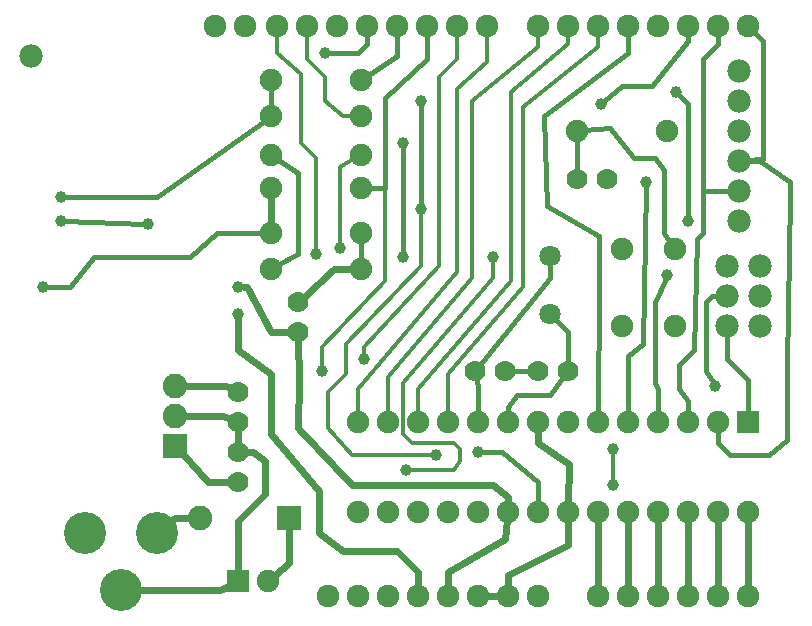
<source format=gbl>
G04 MADE WITH FRITZING*
G04 WWW.FRITZING.ORG*
G04 DOUBLE SIDED*
G04 HOLES PLATED*
G04 CONTOUR ON CENTER OF CONTOUR VECTOR*
%ASAXBY*%
%FSLAX23Y23*%
%MOIN*%
%OFA0B0*%
%SFA1.0B1.0*%
%ADD10C,0.039370*%
%ADD11C,0.075000*%
%ADD12C,0.070925*%
%ADD13C,0.070866*%
%ADD14C,0.070000*%
%ADD15C,0.078000*%
%ADD16C,0.082000*%
%ADD17C,0.140000*%
%ADD18C,0.075833*%
%ADD19R,0.075000X0.075000*%
%ADD20R,0.082000X0.082000*%
%ADD21C,0.024000*%
%ADD22C,0.016000*%
%ADD23C,0.012000*%
%LNCOPPER0*%
G90*
G70*
G54D10*
X805Y1031D03*
X805Y1122D03*
G54D11*
X2505Y671D03*
X2505Y371D03*
X2405Y671D03*
X2405Y371D03*
X2305Y671D03*
X2305Y371D03*
X2205Y671D03*
X2205Y371D03*
X2105Y671D03*
X2105Y371D03*
X2005Y671D03*
X2005Y371D03*
X1905Y671D03*
X1905Y371D03*
X1805Y671D03*
X1805Y371D03*
X1705Y671D03*
X1705Y371D03*
X1605Y671D03*
X1605Y371D03*
X1505Y671D03*
X1505Y371D03*
X1405Y671D03*
X1405Y371D03*
X1305Y671D03*
X1305Y371D03*
X1205Y671D03*
X1205Y371D03*
G54D10*
X2015Y1731D03*
G54D11*
X2263Y1247D03*
X2263Y991D03*
X2085Y1247D03*
X2085Y991D03*
G54D12*
X1845Y1224D03*
G54D13*
X1845Y1031D03*
G54D11*
X2235Y1641D03*
X1935Y1641D03*
G54D14*
X1805Y841D03*
X1906Y841D03*
X1595Y841D03*
X1696Y841D03*
X2035Y1481D03*
X1935Y1481D03*
G54D15*
X2475Y1841D03*
X2475Y1741D03*
X2475Y1641D03*
X2475Y1541D03*
X2475Y1441D03*
X2475Y1341D03*
G54D16*
X595Y591D03*
X595Y691D03*
X595Y791D03*
G54D17*
X535Y301D03*
X295Y301D03*
X415Y111D03*
G54D16*
X975Y351D03*
X677Y351D03*
G54D11*
X805Y141D03*
X905Y141D03*
G54D14*
X805Y671D03*
X805Y771D03*
X1005Y1071D03*
X1005Y971D03*
G54D15*
X2435Y991D03*
X2435Y1091D03*
X2435Y1191D03*
X2545Y991D03*
X2545Y1091D03*
X2545Y1191D03*
X115Y1891D03*
G54D14*
X805Y471D03*
X805Y571D03*
G54D11*
X1215Y1811D03*
X915Y1811D03*
X915Y1691D03*
X1215Y1691D03*
X1215Y1561D03*
X915Y1561D03*
X915Y1181D03*
X1215Y1181D03*
X1215Y1451D03*
X915Y1451D03*
X915Y1301D03*
X1215Y1301D03*
G54D10*
X155Y1121D03*
X505Y1331D03*
X215Y1341D03*
X215Y1421D03*
X2165Y1471D03*
X2235Y1161D03*
X2305Y1341D03*
X2265Y1771D03*
X1225Y881D03*
X1095Y1901D03*
X1085Y841D03*
X1415Y1381D03*
X1465Y561D03*
X1605Y571D03*
X1065Y1231D03*
X1415Y1741D03*
X2395Y791D03*
X2055Y461D03*
X2055Y581D03*
X1355Y1601D03*
X1355Y1221D03*
X1145Y1251D03*
X1365Y511D03*
X1655Y1221D03*
G54D18*
X728Y1991D03*
X828Y1991D03*
X935Y1991D03*
X1035Y1991D03*
X1135Y1991D03*
X1235Y1991D03*
X1335Y1991D03*
X1435Y1991D03*
X1535Y1991D03*
X1635Y1991D03*
X1805Y1991D03*
X1905Y1991D03*
X2005Y1991D03*
X2105Y1991D03*
X2205Y1991D03*
X2305Y1991D03*
X2405Y1991D03*
X2505Y1991D03*
X1105Y91D03*
X1205Y91D03*
X1305Y91D03*
X1405Y91D03*
X1505Y91D03*
X1605Y91D03*
X1705Y91D03*
X1805Y91D03*
X2005Y91D03*
X2105Y91D03*
X2205Y91D03*
X2305Y91D03*
X2405Y91D03*
X2505Y91D03*
G54D19*
X2505Y671D03*
G54D20*
X595Y591D03*
X976Y351D03*
G54D19*
X805Y141D03*
G54D21*
X805Y911D02*
X916Y831D01*
D02*
X916Y831D02*
X916Y820D01*
D02*
X916Y820D02*
X916Y631D01*
D02*
X916Y631D02*
X1076Y440D01*
D02*
X1076Y440D02*
X1076Y301D01*
D02*
X1076Y301D02*
X1154Y240D01*
D02*
X1154Y240D02*
X1335Y242D01*
D02*
X1335Y242D02*
X1405Y171D01*
D02*
X1405Y171D02*
X1405Y119D01*
D02*
X805Y1012D02*
X805Y911D01*
D02*
X836Y1122D02*
X824Y1122D01*
D02*
X916Y971D02*
X836Y1122D01*
D02*
X979Y971D02*
X916Y971D01*
D02*
X596Y351D02*
X583Y340D01*
D02*
X645Y351D02*
X596Y351D01*
D02*
X746Y112D02*
X476Y111D01*
D02*
X780Y129D02*
X746Y112D01*
D02*
X705Y471D02*
X617Y568D01*
D02*
X779Y471D02*
X705Y471D01*
D02*
X755Y692D02*
X627Y691D01*
D02*
X781Y681D02*
X755Y692D01*
D02*
X765Y792D02*
X782Y783D01*
D02*
X627Y791D02*
X765Y792D01*
D02*
X2505Y343D02*
X2505Y119D01*
D02*
X2405Y343D02*
X2405Y119D01*
D02*
X2305Y343D02*
X2305Y119D01*
D02*
X2205Y343D02*
X2205Y119D01*
D02*
X2105Y343D02*
X2105Y119D01*
D02*
X1677Y91D02*
X1634Y91D01*
D02*
X2005Y343D02*
X2005Y119D01*
D02*
X1905Y260D02*
X1705Y160D01*
D02*
X1705Y160D02*
X1705Y119D01*
D02*
X1905Y343D02*
X1905Y260D01*
D02*
X1907Y530D02*
X1906Y400D01*
D02*
X1806Y601D02*
X1907Y530D01*
D02*
X1806Y643D02*
X1806Y601D01*
D02*
X1505Y171D02*
X1694Y282D01*
D02*
X1694Y282D02*
X1702Y343D01*
D02*
X1505Y119D02*
X1505Y171D01*
D02*
X976Y201D02*
X927Y160D01*
D02*
X975Y319D02*
X976Y201D01*
D02*
X805Y645D02*
X805Y598D01*
D02*
X805Y341D02*
X805Y170D01*
D02*
X894Y432D02*
X805Y341D01*
D02*
X896Y542D02*
X894Y432D01*
D02*
X855Y571D02*
X896Y542D01*
D02*
X831Y571D02*
X855Y571D01*
D02*
X1655Y462D02*
X1705Y420D01*
D02*
X1186Y462D02*
X1655Y462D01*
D02*
X1005Y651D02*
X1186Y462D01*
D02*
X1008Y813D02*
X1005Y651D01*
D02*
X1006Y945D02*
X1008Y813D01*
G54D22*
D02*
X1785Y841D02*
X1716Y841D01*
D02*
X1905Y972D02*
X1860Y1016D01*
D02*
X1905Y862D02*
X1905Y972D01*
D02*
X1599Y821D02*
X1605Y792D01*
D02*
X2505Y810D02*
X2505Y694D01*
D02*
X2436Y882D02*
X2505Y810D01*
D02*
X2436Y967D02*
X2436Y882D01*
G54D21*
D02*
X1025Y1089D02*
X1124Y1181D01*
D02*
X1124Y1181D02*
X1187Y1181D01*
G54D22*
D02*
X1215Y1204D02*
X1215Y1278D01*
D02*
X915Y1714D02*
X915Y1788D01*
D02*
X229Y1421D02*
X536Y1421D01*
D02*
X536Y1421D02*
X897Y1678D01*
D02*
X1336Y1891D02*
X1336Y1969D01*
D02*
X1235Y1824D02*
X1336Y1891D01*
G54D23*
D02*
X1035Y1881D02*
X1096Y1821D01*
D02*
X1096Y1742D02*
X1155Y1691D01*
D02*
X1036Y1969D02*
X1036Y1942D01*
G54D22*
D02*
X1296Y1751D02*
X1435Y1881D01*
D02*
X1296Y1451D02*
X1296Y1751D01*
D02*
X1435Y1881D02*
X1435Y1969D01*
D02*
X1238Y1451D02*
X1296Y1451D01*
D02*
X1005Y1502D02*
X935Y1549D01*
D02*
X1005Y1232D02*
X1005Y1502D01*
D02*
X935Y1193D02*
X1005Y1232D01*
G54D21*
D02*
X915Y1330D02*
X915Y1423D01*
G54D22*
D02*
X1935Y1502D02*
X1935Y1618D01*
G54D23*
D02*
X1535Y1171D02*
X1534Y1520D01*
D02*
X1534Y1520D02*
X1534Y1600D01*
D02*
X1534Y1600D02*
X1535Y1781D01*
D02*
X1535Y1781D02*
X1635Y1871D01*
D02*
X1205Y782D02*
X1535Y1171D01*
D02*
X1635Y1871D02*
X1635Y1969D01*
D02*
X1205Y694D02*
X1205Y782D01*
D02*
X1584Y1152D02*
X1584Y1742D01*
D02*
X1584Y1742D02*
X1804Y1920D01*
D02*
X1804Y1920D02*
X1805Y1969D01*
D02*
X1305Y821D02*
X1584Y1152D01*
D02*
X1305Y694D02*
X1305Y821D01*
D02*
X1715Y1142D02*
X1715Y1212D01*
D02*
X1715Y1212D02*
X1715Y1250D01*
D02*
X1715Y1250D02*
X1715Y1771D01*
D02*
X1715Y1771D02*
X1905Y1932D01*
D02*
X1905Y1932D02*
X1905Y1969D01*
D02*
X1406Y781D02*
X1715Y1142D01*
D02*
X1405Y694D02*
X1406Y781D01*
G54D22*
D02*
X2007Y1292D02*
X1836Y1390D01*
D02*
X1836Y1390D02*
X1826Y1692D01*
D02*
X1826Y1692D02*
X2105Y1901D01*
D02*
X2105Y1901D02*
X2105Y1969D01*
D02*
X2007Y1120D02*
X2007Y1292D01*
D02*
X2005Y694D02*
X2007Y1120D01*
D02*
X2124Y1552D02*
X2194Y1551D01*
D02*
X2194Y1551D02*
X2225Y1511D01*
D02*
X2045Y1651D02*
X2124Y1552D01*
D02*
X2225Y1300D02*
X2249Y1266D01*
D02*
X2225Y1511D02*
X2225Y1300D01*
D02*
X1958Y1643D02*
X2045Y1651D01*
D02*
X2105Y771D02*
X2105Y694D01*
D02*
X2105Y891D02*
X2105Y771D01*
D02*
X2165Y1458D02*
X2156Y931D01*
D02*
X2156Y931D02*
X2105Y891D01*
D02*
X2554Y1547D02*
X2554Y1940D01*
D02*
X2554Y1940D02*
X2521Y1975D01*
D02*
X2500Y1543D02*
X2554Y1547D01*
D02*
X2356Y1440D02*
X2355Y1881D01*
D02*
X2355Y1881D02*
X2405Y1931D01*
D02*
X2405Y1931D02*
X2405Y1969D01*
D02*
X2451Y1441D02*
X2356Y1440D01*
D02*
X2305Y740D02*
X2305Y694D01*
D02*
X2275Y781D02*
X2305Y740D01*
D02*
X2275Y862D02*
X2275Y781D01*
D02*
X2326Y910D02*
X2275Y862D01*
D02*
X2336Y1280D02*
X2326Y910D01*
D02*
X2354Y1302D02*
X2336Y1280D01*
D02*
X2354Y1440D02*
X2354Y1302D01*
D02*
X2451Y1441D02*
X2354Y1440D01*
D02*
X2196Y800D02*
X2205Y780D01*
D02*
X2205Y780D02*
X2205Y694D01*
D02*
X2196Y1071D02*
X2196Y800D01*
D02*
X2230Y1149D02*
X2196Y1071D01*
D02*
X2645Y1420D02*
X2645Y1421D01*
D02*
X2500Y1541D02*
X2545Y1540D01*
D02*
X2545Y1540D02*
X2645Y1471D01*
D02*
X2305Y1731D02*
X2305Y1355D01*
D02*
X2275Y1762D02*
X2305Y1731D01*
D02*
X2305Y1942D02*
X2305Y1951D01*
D02*
X2185Y1792D02*
X2305Y1942D01*
D02*
X2305Y1951D02*
X2305Y1969D01*
D02*
X2026Y1740D02*
X2085Y1792D01*
D02*
X2085Y1792D02*
X2185Y1792D01*
G54D23*
D02*
X1476Y1191D02*
X1476Y1401D01*
D02*
X1476Y1401D02*
X1476Y1821D01*
D02*
X1476Y1821D02*
X1535Y1881D01*
D02*
X1535Y1881D02*
X1535Y1969D01*
D02*
X1225Y895D02*
X1225Y920D01*
D02*
X2006Y1922D02*
X2005Y1969D01*
D02*
X1755Y1721D02*
X2006Y1922D01*
D02*
X1755Y1201D02*
X1755Y1721D01*
G54D22*
D02*
X1236Y1931D02*
X1236Y1969D01*
D02*
X1205Y1902D02*
X1236Y1931D01*
D02*
X1109Y1901D02*
X1205Y1902D01*
G54D23*
D02*
X1296Y1451D02*
X1238Y1451D01*
D02*
X1296Y1142D02*
X1296Y1451D01*
D02*
X1085Y920D02*
X1296Y1142D01*
D02*
X1085Y855D02*
X1085Y920D01*
D02*
X1166Y831D02*
X1105Y771D01*
D02*
X1105Y771D02*
X1105Y651D01*
D02*
X1105Y651D02*
X1185Y560D01*
D02*
X1185Y560D02*
X1452Y561D01*
D02*
X1165Y932D02*
X1166Y831D01*
D02*
X1416Y1191D02*
X1165Y932D01*
D02*
X1415Y1368D02*
X1416Y1191D01*
D02*
X1096Y1821D02*
X1096Y1742D01*
D02*
X1155Y1691D02*
X1192Y1691D01*
D02*
X1036Y1942D02*
X1035Y1881D01*
G54D21*
D02*
X1705Y420D02*
X1705Y400D01*
G54D23*
D02*
X1015Y1601D02*
X1016Y1742D01*
D02*
X1015Y1831D02*
X936Y1902D01*
D02*
X1016Y1742D02*
X1015Y1831D01*
D02*
X936Y1902D02*
X935Y1969D01*
D02*
X1065Y1551D02*
X1015Y1601D01*
D02*
X1065Y1245D02*
X1065Y1551D01*
G54D22*
D02*
X1845Y1151D02*
X1845Y1203D01*
D02*
X1608Y857D02*
X1845Y1151D01*
D02*
X2645Y1421D02*
X2636Y862D01*
D02*
X2636Y862D02*
X2636Y791D01*
D02*
X2636Y791D02*
X2636Y612D01*
D02*
X2636Y612D02*
X2575Y561D01*
D02*
X2575Y561D02*
X2446Y561D01*
D02*
X2446Y561D02*
X2406Y601D01*
D02*
X2406Y601D02*
X2406Y648D01*
G54D23*
D02*
X1755Y1201D02*
X1755Y1122D01*
D02*
X1755Y1122D02*
X1506Y831D01*
D02*
X1506Y831D02*
X1506Y694D01*
G54D22*
D02*
X1415Y1728D02*
X1415Y1395D01*
D02*
X2386Y1092D02*
X2411Y1092D01*
D02*
X2366Y1071D02*
X2386Y1092D01*
D02*
X2366Y841D02*
X2366Y961D01*
D02*
X2366Y961D02*
X2366Y1071D01*
D02*
X2389Y803D02*
X2366Y841D01*
D02*
X1845Y762D02*
X1893Y825D01*
D02*
X1735Y761D02*
X1845Y762D01*
D02*
X1705Y721D02*
X1735Y761D01*
D02*
X1705Y694D02*
X1705Y721D01*
G54D23*
D02*
X2055Y568D02*
X2055Y475D01*
G54D22*
D02*
X1806Y472D02*
X1805Y394D01*
D02*
X1685Y571D02*
X1806Y472D01*
D02*
X1619Y571D02*
X1685Y571D01*
D02*
X1355Y1235D02*
X1355Y1588D01*
G54D23*
D02*
X1146Y1521D02*
X1195Y1550D01*
D02*
X1145Y1265D02*
X1146Y1521D01*
D02*
X1546Y542D02*
X1526Y512D01*
D02*
X1526Y512D02*
X1379Y511D01*
D02*
X1546Y581D02*
X1546Y542D01*
D02*
X1526Y601D02*
X1546Y581D01*
D02*
X1385Y601D02*
X1526Y601D01*
D02*
X1355Y801D02*
X1355Y631D01*
D02*
X1355Y631D02*
X1385Y601D01*
D02*
X1656Y1208D02*
X1656Y1152D01*
G54D22*
D02*
X1605Y792D02*
X1605Y694D01*
G54D23*
D02*
X1355Y801D02*
X1355Y801D01*
D02*
X1656Y1152D02*
X1355Y801D01*
D02*
X1225Y920D02*
X1476Y1191D01*
G54D22*
D02*
X644Y1221D02*
X736Y1302D01*
D02*
X244Y1121D02*
X325Y1221D01*
D02*
X325Y1221D02*
X644Y1221D01*
D02*
X169Y1121D02*
X244Y1121D01*
D02*
X736Y1302D02*
X892Y1301D01*
D02*
X492Y1332D02*
X229Y1341D01*
D02*
X2645Y1471D02*
X2645Y1420D01*
G04 End of Copper0*
M02*
</source>
